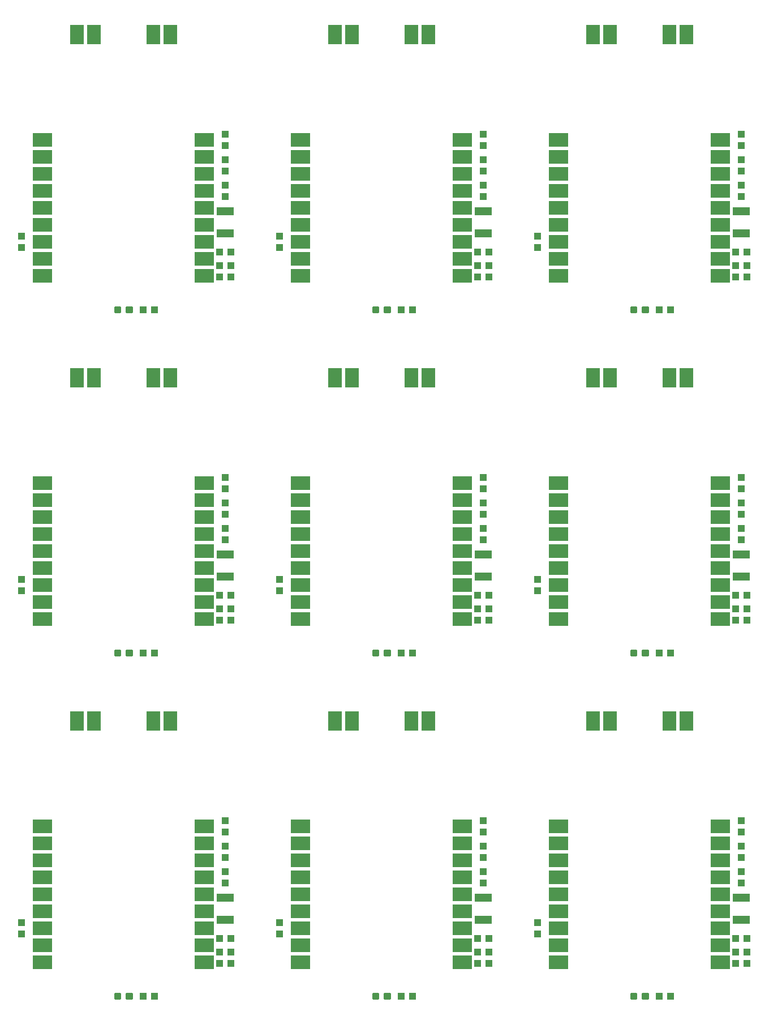
<source format=gtp>
G04 EAGLE Gerber RS-274X export*
G75*
%MOMM*%
%FSLAX34Y34*%
%LPD*%
%INSolderpaste Top*%
%IPPOS*%
%AMOC8*
5,1,8,0,0,1.08239X$1,22.5*%
G01*
%ADD10R,1.100000X1.000000*%
%ADD11C,0.300000*%
%ADD12R,3.000000X2.000000*%
%ADD13R,2.000000X3.000000*%
%ADD14R,1.000000X1.100000*%
%ADD15R,2.500000X1.200000*%


D10*
X334400Y62230D03*
X351400Y62230D03*
X334400Y78740D03*
X351400Y78740D03*
X334400Y99060D03*
X351400Y99060D03*
D11*
X185230Y16200D02*
X185230Y9200D01*
X178230Y9200D01*
X178230Y16200D01*
X185230Y16200D01*
X185230Y12050D02*
X178230Y12050D01*
X178230Y14900D02*
X185230Y14900D01*
X202770Y16200D02*
X202770Y9200D01*
X195770Y9200D01*
X195770Y16200D01*
X202770Y16200D01*
X202770Y12050D02*
X195770Y12050D01*
X195770Y14900D02*
X202770Y14900D01*
D12*
X69500Y63600D03*
X69500Y89000D03*
X69500Y114400D03*
X69500Y139800D03*
X69500Y165200D03*
X69500Y190600D03*
X69500Y216000D03*
X69500Y241400D03*
X69500Y266800D03*
X311500Y63600D03*
X311500Y89000D03*
X311500Y114400D03*
X311500Y139800D03*
X311500Y165200D03*
X311500Y190600D03*
X311500Y216000D03*
X311500Y241400D03*
X311500Y266800D03*
D13*
X260500Y424600D03*
X235100Y424600D03*
X145900Y424600D03*
X120500Y424600D03*
D14*
X38100Y105800D03*
X38100Y122800D03*
X342900Y199000D03*
X342900Y182000D03*
X342900Y275200D03*
X342900Y258200D03*
X342900Y237100D03*
X342900Y220100D03*
D10*
X220100Y12700D03*
X237100Y12700D03*
D15*
X342900Y160010D03*
X342900Y127010D03*
D10*
X720480Y62230D03*
X737480Y62230D03*
X720480Y78740D03*
X737480Y78740D03*
X720480Y99060D03*
X737480Y99060D03*
D11*
X571310Y16200D02*
X571310Y9200D01*
X564310Y9200D01*
X564310Y16200D01*
X571310Y16200D01*
X571310Y12050D02*
X564310Y12050D01*
X564310Y14900D02*
X571310Y14900D01*
X588850Y16200D02*
X588850Y9200D01*
X581850Y9200D01*
X581850Y16200D01*
X588850Y16200D01*
X588850Y12050D02*
X581850Y12050D01*
X581850Y14900D02*
X588850Y14900D01*
D12*
X455580Y63600D03*
X455580Y89000D03*
X455580Y114400D03*
X455580Y139800D03*
X455580Y165200D03*
X455580Y190600D03*
X455580Y216000D03*
X455580Y241400D03*
X455580Y266800D03*
X697580Y63600D03*
X697580Y89000D03*
X697580Y114400D03*
X697580Y139800D03*
X697580Y165200D03*
X697580Y190600D03*
X697580Y216000D03*
X697580Y241400D03*
X697580Y266800D03*
D13*
X646580Y424600D03*
X621180Y424600D03*
X531980Y424600D03*
X506580Y424600D03*
D14*
X424180Y105800D03*
X424180Y122800D03*
X728980Y199000D03*
X728980Y182000D03*
X728980Y275200D03*
X728980Y258200D03*
X728980Y237100D03*
X728980Y220100D03*
D10*
X606180Y12700D03*
X623180Y12700D03*
D15*
X728980Y160010D03*
X728980Y127010D03*
D10*
X1106560Y62230D03*
X1123560Y62230D03*
X1106560Y78740D03*
X1123560Y78740D03*
X1106560Y99060D03*
X1123560Y99060D03*
D11*
X957390Y16200D02*
X957390Y9200D01*
X950390Y9200D01*
X950390Y16200D01*
X957390Y16200D01*
X957390Y12050D02*
X950390Y12050D01*
X950390Y14900D02*
X957390Y14900D01*
X974930Y16200D02*
X974930Y9200D01*
X967930Y9200D01*
X967930Y16200D01*
X974930Y16200D01*
X974930Y12050D02*
X967930Y12050D01*
X967930Y14900D02*
X974930Y14900D01*
D12*
X841660Y63600D03*
X841660Y89000D03*
X841660Y114400D03*
X841660Y139800D03*
X841660Y165200D03*
X841660Y190600D03*
X841660Y216000D03*
X841660Y241400D03*
X841660Y266800D03*
X1083660Y63600D03*
X1083660Y89000D03*
X1083660Y114400D03*
X1083660Y139800D03*
X1083660Y165200D03*
X1083660Y190600D03*
X1083660Y216000D03*
X1083660Y241400D03*
X1083660Y266800D03*
D13*
X1032660Y424600D03*
X1007260Y424600D03*
X918060Y424600D03*
X892660Y424600D03*
D14*
X810260Y105800D03*
X810260Y122800D03*
X1115060Y199000D03*
X1115060Y182000D03*
X1115060Y275200D03*
X1115060Y258200D03*
X1115060Y237100D03*
X1115060Y220100D03*
D10*
X992260Y12700D03*
X1009260Y12700D03*
D15*
X1115060Y160010D03*
X1115060Y127010D03*
D10*
X334400Y575310D03*
X351400Y575310D03*
X334400Y591820D03*
X351400Y591820D03*
X334400Y612140D03*
X351400Y612140D03*
D11*
X185230Y529280D02*
X185230Y522280D01*
X178230Y522280D01*
X178230Y529280D01*
X185230Y529280D01*
X185230Y525130D02*
X178230Y525130D01*
X178230Y527980D02*
X185230Y527980D01*
X202770Y529280D02*
X202770Y522280D01*
X195770Y522280D01*
X195770Y529280D01*
X202770Y529280D01*
X202770Y525130D02*
X195770Y525130D01*
X195770Y527980D02*
X202770Y527980D01*
D12*
X69500Y576680D03*
X69500Y602080D03*
X69500Y627480D03*
X69500Y652880D03*
X69500Y678280D03*
X69500Y703680D03*
X69500Y729080D03*
X69500Y754480D03*
X69500Y779880D03*
X311500Y576680D03*
X311500Y602080D03*
X311500Y627480D03*
X311500Y652880D03*
X311500Y678280D03*
X311500Y703680D03*
X311500Y729080D03*
X311500Y754480D03*
X311500Y779880D03*
D13*
X260500Y937680D03*
X235100Y937680D03*
X145900Y937680D03*
X120500Y937680D03*
D14*
X38100Y618880D03*
X38100Y635880D03*
X342900Y712080D03*
X342900Y695080D03*
X342900Y788280D03*
X342900Y771280D03*
X342900Y750180D03*
X342900Y733180D03*
D10*
X220100Y525780D03*
X237100Y525780D03*
D15*
X342900Y673090D03*
X342900Y640090D03*
D10*
X720480Y575310D03*
X737480Y575310D03*
X720480Y591820D03*
X737480Y591820D03*
X720480Y612140D03*
X737480Y612140D03*
D11*
X571310Y529280D02*
X571310Y522280D01*
X564310Y522280D01*
X564310Y529280D01*
X571310Y529280D01*
X571310Y525130D02*
X564310Y525130D01*
X564310Y527980D02*
X571310Y527980D01*
X588850Y529280D02*
X588850Y522280D01*
X581850Y522280D01*
X581850Y529280D01*
X588850Y529280D01*
X588850Y525130D02*
X581850Y525130D01*
X581850Y527980D02*
X588850Y527980D01*
D12*
X455580Y576680D03*
X455580Y602080D03*
X455580Y627480D03*
X455580Y652880D03*
X455580Y678280D03*
X455580Y703680D03*
X455580Y729080D03*
X455580Y754480D03*
X455580Y779880D03*
X697580Y576680D03*
X697580Y602080D03*
X697580Y627480D03*
X697580Y652880D03*
X697580Y678280D03*
X697580Y703680D03*
X697580Y729080D03*
X697580Y754480D03*
X697580Y779880D03*
D13*
X646580Y937680D03*
X621180Y937680D03*
X531980Y937680D03*
X506580Y937680D03*
D14*
X424180Y618880D03*
X424180Y635880D03*
X728980Y712080D03*
X728980Y695080D03*
X728980Y788280D03*
X728980Y771280D03*
X728980Y750180D03*
X728980Y733180D03*
D10*
X606180Y525780D03*
X623180Y525780D03*
D15*
X728980Y673090D03*
X728980Y640090D03*
D10*
X1106560Y575310D03*
X1123560Y575310D03*
X1106560Y591820D03*
X1123560Y591820D03*
X1106560Y612140D03*
X1123560Y612140D03*
D11*
X957390Y529280D02*
X957390Y522280D01*
X950390Y522280D01*
X950390Y529280D01*
X957390Y529280D01*
X957390Y525130D02*
X950390Y525130D01*
X950390Y527980D02*
X957390Y527980D01*
X974930Y529280D02*
X974930Y522280D01*
X967930Y522280D01*
X967930Y529280D01*
X974930Y529280D01*
X974930Y525130D02*
X967930Y525130D01*
X967930Y527980D02*
X974930Y527980D01*
D12*
X841660Y576680D03*
X841660Y602080D03*
X841660Y627480D03*
X841660Y652880D03*
X841660Y678280D03*
X841660Y703680D03*
X841660Y729080D03*
X841660Y754480D03*
X841660Y779880D03*
X1083660Y576680D03*
X1083660Y602080D03*
X1083660Y627480D03*
X1083660Y652880D03*
X1083660Y678280D03*
X1083660Y703680D03*
X1083660Y729080D03*
X1083660Y754480D03*
X1083660Y779880D03*
D13*
X1032660Y937680D03*
X1007260Y937680D03*
X918060Y937680D03*
X892660Y937680D03*
D14*
X810260Y618880D03*
X810260Y635880D03*
X1115060Y712080D03*
X1115060Y695080D03*
X1115060Y788280D03*
X1115060Y771280D03*
X1115060Y750180D03*
X1115060Y733180D03*
D10*
X992260Y525780D03*
X1009260Y525780D03*
D15*
X1115060Y673090D03*
X1115060Y640090D03*
D10*
X334400Y1088390D03*
X351400Y1088390D03*
X334400Y1104900D03*
X351400Y1104900D03*
X334400Y1125220D03*
X351400Y1125220D03*
D11*
X185230Y1042360D02*
X185230Y1035360D01*
X178230Y1035360D01*
X178230Y1042360D01*
X185230Y1042360D01*
X185230Y1038210D02*
X178230Y1038210D01*
X178230Y1041060D02*
X185230Y1041060D01*
X202770Y1042360D02*
X202770Y1035360D01*
X195770Y1035360D01*
X195770Y1042360D01*
X202770Y1042360D01*
X202770Y1038210D02*
X195770Y1038210D01*
X195770Y1041060D02*
X202770Y1041060D01*
D12*
X69500Y1089760D03*
X69500Y1115160D03*
X69500Y1140560D03*
X69500Y1165960D03*
X69500Y1191360D03*
X69500Y1216760D03*
X69500Y1242160D03*
X69500Y1267560D03*
X69500Y1292960D03*
X311500Y1089760D03*
X311500Y1115160D03*
X311500Y1140560D03*
X311500Y1165960D03*
X311500Y1191360D03*
X311500Y1216760D03*
X311500Y1242160D03*
X311500Y1267560D03*
X311500Y1292960D03*
D13*
X260500Y1450760D03*
X235100Y1450760D03*
X145900Y1450760D03*
X120500Y1450760D03*
D14*
X38100Y1131960D03*
X38100Y1148960D03*
X342900Y1225160D03*
X342900Y1208160D03*
X342900Y1301360D03*
X342900Y1284360D03*
X342900Y1263260D03*
X342900Y1246260D03*
D10*
X220100Y1038860D03*
X237100Y1038860D03*
D15*
X342900Y1186170D03*
X342900Y1153170D03*
D10*
X720480Y1088390D03*
X737480Y1088390D03*
X720480Y1104900D03*
X737480Y1104900D03*
X720480Y1125220D03*
X737480Y1125220D03*
D11*
X571310Y1042360D02*
X571310Y1035360D01*
X564310Y1035360D01*
X564310Y1042360D01*
X571310Y1042360D01*
X571310Y1038210D02*
X564310Y1038210D01*
X564310Y1041060D02*
X571310Y1041060D01*
X588850Y1042360D02*
X588850Y1035360D01*
X581850Y1035360D01*
X581850Y1042360D01*
X588850Y1042360D01*
X588850Y1038210D02*
X581850Y1038210D01*
X581850Y1041060D02*
X588850Y1041060D01*
D12*
X455580Y1089760D03*
X455580Y1115160D03*
X455580Y1140560D03*
X455580Y1165960D03*
X455580Y1191360D03*
X455580Y1216760D03*
X455580Y1242160D03*
X455580Y1267560D03*
X455580Y1292960D03*
X697580Y1089760D03*
X697580Y1115160D03*
X697580Y1140560D03*
X697580Y1165960D03*
X697580Y1191360D03*
X697580Y1216760D03*
X697580Y1242160D03*
X697580Y1267560D03*
X697580Y1292960D03*
D13*
X646580Y1450760D03*
X621180Y1450760D03*
X531980Y1450760D03*
X506580Y1450760D03*
D14*
X424180Y1131960D03*
X424180Y1148960D03*
X728980Y1225160D03*
X728980Y1208160D03*
X728980Y1301360D03*
X728980Y1284360D03*
X728980Y1263260D03*
X728980Y1246260D03*
D10*
X606180Y1038860D03*
X623180Y1038860D03*
D15*
X728980Y1186170D03*
X728980Y1153170D03*
D10*
X1106560Y1088390D03*
X1123560Y1088390D03*
X1106560Y1104900D03*
X1123560Y1104900D03*
X1106560Y1125220D03*
X1123560Y1125220D03*
D11*
X957390Y1042360D02*
X957390Y1035360D01*
X950390Y1035360D01*
X950390Y1042360D01*
X957390Y1042360D01*
X957390Y1038210D02*
X950390Y1038210D01*
X950390Y1041060D02*
X957390Y1041060D01*
X974930Y1042360D02*
X974930Y1035360D01*
X967930Y1035360D01*
X967930Y1042360D01*
X974930Y1042360D01*
X974930Y1038210D02*
X967930Y1038210D01*
X967930Y1041060D02*
X974930Y1041060D01*
D12*
X841660Y1089760D03*
X841660Y1115160D03*
X841660Y1140560D03*
X841660Y1165960D03*
X841660Y1191360D03*
X841660Y1216760D03*
X841660Y1242160D03*
X841660Y1267560D03*
X841660Y1292960D03*
X1083660Y1089760D03*
X1083660Y1115160D03*
X1083660Y1140560D03*
X1083660Y1165960D03*
X1083660Y1191360D03*
X1083660Y1216760D03*
X1083660Y1242160D03*
X1083660Y1267560D03*
X1083660Y1292960D03*
D13*
X1032660Y1450760D03*
X1007260Y1450760D03*
X918060Y1450760D03*
X892660Y1450760D03*
D14*
X810260Y1131960D03*
X810260Y1148960D03*
X1115060Y1225160D03*
X1115060Y1208160D03*
X1115060Y1301360D03*
X1115060Y1284360D03*
X1115060Y1263260D03*
X1115060Y1246260D03*
D10*
X992260Y1038860D03*
X1009260Y1038860D03*
D15*
X1115060Y1186170D03*
X1115060Y1153170D03*
M02*

</source>
